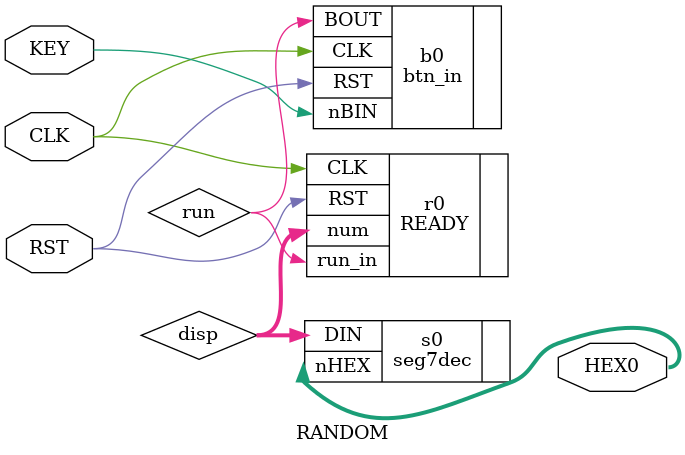
<source format=v>
module RANDOM(
    input CLK,RST,
    input  KEY,
    output [6:0]HEX0

);

wire  run;
wire  [3:0] disp;

btn_in  b0 (.CLK(CLK), .RST(RST), .nBIN(KEY), .BOUT(run)) ;

//rand  r0 (.CLK(CLK), .RST(RST), .run_in(run), .num(disp));

//cnt1msec r0 (.CLK(CLK), .RST(RST), .run_out(disp),.run_in(run));

READY r0 (.CLK(CLK), .RST(RST), .run_in(run), .num(disp));

seg7dec  s0 ( .DIN(disp), .nHEX(HEX0) );



endmodule
</source>
